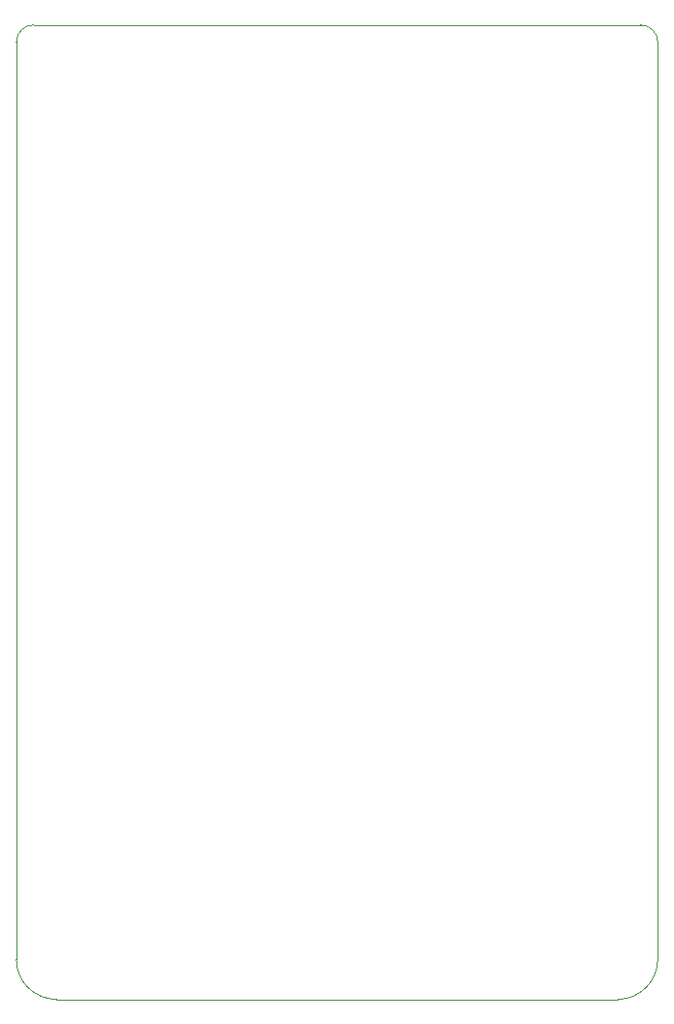
<source format=gbr>
%TF.GenerationSoftware,KiCad,Pcbnew,5.1.10-88a1d61d58~90~ubuntu20.04.1*%
%TF.CreationDate,2021-09-14T14:42:45-03:00*%
%TF.ProjectId,IAuto,49417574-6f2e-46b6-9963-61645f706362,rev?*%
%TF.SameCoordinates,Original*%
%TF.FileFunction,Profile,NP*%
%FSLAX46Y46*%
G04 Gerber Fmt 4.6, Leading zero omitted, Abs format (unit mm)*
G04 Created by KiCad (PCBNEW 5.1.10-88a1d61d58~90~ubuntu20.04.1) date 2021-09-14 14:42:45*
%MOMM*%
%LPD*%
G01*
G04 APERTURE LIST*
%TA.AperFunction,Profile*%
%ADD10C,0.050000*%
%TD*%
G04 APERTURE END LIST*
D10*
X176000000Y-38500000D02*
G75*
G02*
X177500000Y-40000000I0J-1500000D01*
G01*
X123000000Y-38500000D02*
X176000000Y-38500000D01*
X121500000Y-40000000D02*
G75*
G02*
X123000000Y-38500000I1500000J0D01*
G01*
X177500000Y-120000000D02*
G75*
G02*
X174000000Y-123500000I-3500000J0D01*
G01*
X125000000Y-123500000D02*
G75*
G02*
X121500000Y-120000000I0J3500000D01*
G01*
X177500000Y-120000000D02*
X177500000Y-40000000D01*
X125000000Y-123500000D02*
X174000000Y-123500000D01*
X121500000Y-40000000D02*
X121500000Y-120000000D01*
M02*

</source>
